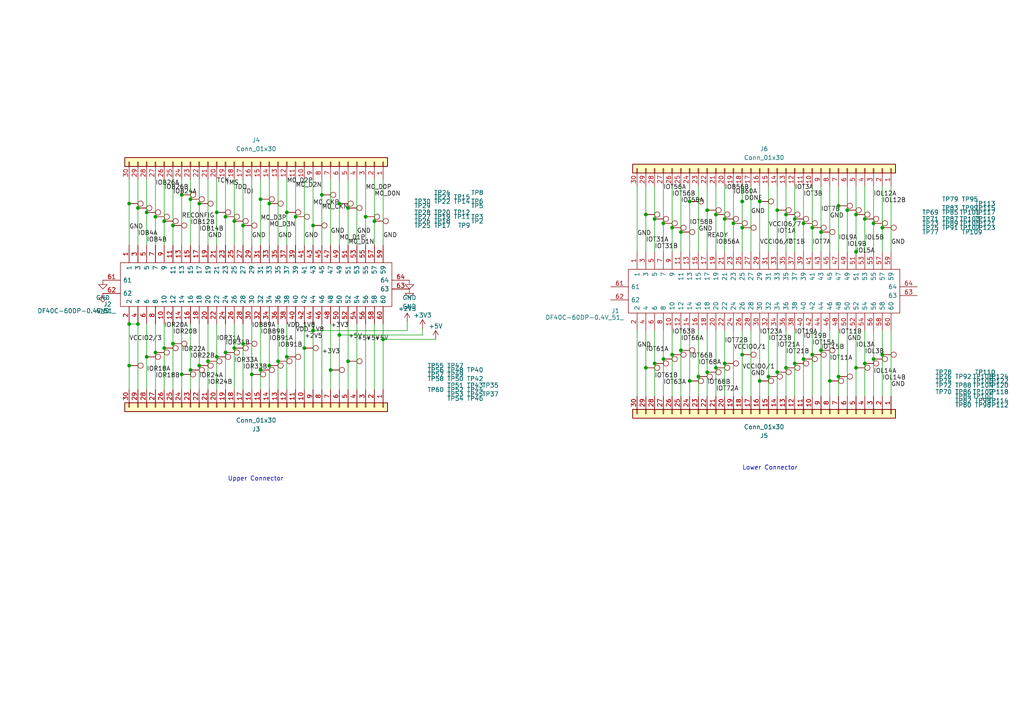
<source format=kicad_sch>
(kicad_sch (version 20230121) (generator eeschema)
  (paper "A4")
  (lib_symbols
    (symbol "Connector:TestPoint" (pin_numbers hide) (pin_names (offset 0.762) hide)
      (property "Reference" "TP" (at 0 6.858 0))
      (property "Value" "TestPoint" (at 0 5.08 0))
      (symbol "TestPoint_1_1"
        (pin passive line (at 0 0 90) (length 2.54) (name "1") (number "1"))
      )
    )
    (symbol "Connector_Generic:Conn_01x30" (pin_names (offset 1.016) hide)
      (property "Reference" "J" (at 0 38.1 0))
      (property "Value" "Conn_01x30" (at 0 -40.64 0))
      (symbol "Conn_01x30_1_1"
        (pin passive line (at -5.08 35.56 0) (length 3.81) (name "Pin_1") (number "1"))
        (pin passive line (at -5.08 12.7 0) (length 3.81) (name "Pin_10") (number "10"))
        (pin passive line (at -5.08 10.16 0) (length 3.81) (name "Pin_11") (number "11"))
        (pin passive line (at -5.08 7.62 0) (length 3.81) (name "Pin_12") (number "12"))
        (pin passive line (at -5.08 5.08 0) (length 3.81) (name "Pin_13") (number "13"))
        (pin passive line (at -5.08 2.54 0) (length 3.81) (name "Pin_14") (number "14"))
        (pin passive line (at -5.08 0 0) (length 3.81) (name "Pin_15") (number "15"))
        (pin passive line (at -5.08 -2.54 0) (length 3.81) (name "Pin_16") (number "16"))
        (pin passive line (at -5.08 -5.08 0) (length 3.81) (name "Pin_17") (number "17"))
        (pin passive line (at -5.08 -7.62 0) (length 3.81) (name "Pin_18") (number "18"))
        (pin passive line (at -5.08 -10.16 0) (length 3.81) (name "Pin_19") (number "19"))
        (pin passive line (at -5.08 33.02 0) (length 3.81) (name "Pin_2") (number "2"))
        (pin passive line (at -5.08 -12.7 0) (length 3.81) (name "Pin_20") (number "20"))
        (pin passive line (at -5.08 -15.24 0) (length 3.81) (name "Pin_21") (number "21"))
        (pin passive line (at -5.08 -17.78 0) (length 3.81) (name "Pin_22") (number "22"))
        (pin passive line (at -5.08 -20.32 0) (length 3.81) (name "Pin_23") (number "23"))
        (pin passive line (at -5.08 -22.86 0) (length 3.81) (name "Pin_24") (number "24"))
        (pin passive line (at -5.08 -25.4 0) (length 3.81) (name "Pin_25") (number "25"))
        (pin passive line (at -5.08 -27.94 0) (length 3.81) (name "Pin_26") (number "26"))
        (pin passive line (at -5.08 -30.48 0) (length 3.81) (name "Pin_27") (number "27"))
        (pin passive line (at -5.08 -33.02 0) (length 3.81) (name "Pin_28") (number "28"))
        (pin passive line (at -5.08 -35.56 0) (length 3.81) (name "Pin_29") (number "29"))
        (pin passive line (at -5.08 30.48 0) (length 3.81) (name "Pin_3") (number "3"))
        (pin passive line (at -5.08 -38.1 0) (length 3.81) (name "Pin_30") (number "30"))
        (pin passive line (at -5.08 27.94 0) (length 3.81) (name "Pin_4") (number "4"))
        (pin passive line (at -5.08 25.4 0) (length 3.81) (name "Pin_5") (number "5"))
        (pin passive line (at -5.08 22.86 0) (length 3.81) (name "Pin_6") (number "6"))
        (pin passive line (at -5.08 20.32 0) (length 3.81) (name "Pin_7") (number "7"))
        (pin passive line (at -5.08 17.78 0) (length 3.81) (name "Pin_8") (number "8"))
        (pin passive line (at -5.08 15.24 0) (length 3.81) (name "Pin_9") (number "9"))
      )
    )
    (symbol "power:+2V5" (power) (pin_names (offset 0))
      (property "Value" "+2V5" (at 0 3.556 0))
      (symbol "+2V5_1_1"
        (pin power_in line (at 0 0 90) (length 0) hide (name "+2V5") (number "1"))
      )
    )
    (symbol "power:+3V3" (power) (pin_names (offset 0))
      (property "Value" "+3V3" (at 0 3.556 0))
      (symbol "+3V3_1_1"
        (pin power_in line (at 0 0 90) (length 0) hide (name "+3V3") (number "1"))
      )
    )
    (symbol "power:+5V" (power) (pin_names (offset 0))
      (property "Value" "+5V" (at 0 3.556 0))
      (symbol "+5V_1_1"
        (pin power_in line (at 0 0 90) (length 0) hide (name "+5V") (number "1"))
      )
    )
    (symbol "power:GND" (power) (pin_names (offset 0))
      (property "Value" "GND" (at 0 -3.81 0))
      (symbol "GND_1_1"
        (pin power_in line (at 0 0 270) (length 0) hide (name "GND") (number "1"))
      )
    )
    (symbol "samacsys:DF40C-60DP-0.4V_51_" (pin_names (offset 0.762))
      (property "Reference" "J2" (at 16.51 -78.74 90))
      (property "Value" "DF40C-60DP-0.4V_51_" (at 19.05 -77.47 90))
      (symbol "DF40C-60DP-0.4V_51__1_0"
        (pin passive line (at 0 -73.66 0) (length 5.08) (name "1") (number "1"))
        (pin passive line (at 22.86 -63.5 180) (length 5.08) (name "10") (number "10"))
        (pin passive line (at 0 -60.96 0) (length 5.08) (name "11") (number "11"))
        (pin passive line (at 22.86 -60.96 180) (length 5.08) (name "12") (number "12"))
        (pin passive line (at 0 -58.42 0) (length 5.08) (name "13") (number "13"))
        (pin passive line (at 22.86 -58.42 180) (length 5.08) (name "14") (number "14"))
        (pin passive line (at 0 -55.88 0) (length 5.08) (name "15") (number "15"))
        (pin passive line (at 22.86 -55.88 180) (length 5.08) (name "16") (number "16"))
        (pin passive line (at 0 -53.34 0) (length 5.08) (name "17") (number "17"))
        (pin passive line (at 22.86 -53.34 180) (length 5.08) (name "18") (number "18"))
        (pin passive line (at 0 -50.8 0) (length 5.08) (name "19") (number "19"))
        (pin passive line (at 22.86 -73.66 180) (length 5.08) (name "2") (number "2"))
        (pin passive line (at 22.86 -50.8 180) (length 5.08) (name "20") (number "20"))
        (pin passive line (at 0 -48.26 0) (length 5.08) (name "21") (number "21"))
        (pin passive line (at 22.86 -48.26 180) (length 5.08) (name "22") (number "22"))
        (pin passive line (at 0 -45.72 0) (length 5.08) (name "23") (number "23"))
        (pin passive line (at 22.86 -45.72 180) (length 5.08) (name "24") (number "24"))
        (pin passive line (at 0 -43.18 0) (length 5.08) (name "25") (number "25"))
        (pin passive line (at 22.86 -43.18 180) (length 5.08) (name "26") (number "26"))
        (pin passive line (at 0 -40.64 0) (length 5.08) (name "27") (number "27"))
        (pin passive line (at 22.86 -40.64 180) (length 5.08) (name "28") (number "28"))
        (pin passive line (at 0 -38.1 0) (length 5.08) (name "29") (number "29"))
        (pin passive line (at 0 -71.12 0) (length 5.08) (name "3") (number "3"))
        (pin passive line (at 22.86 -38.1 180) (length 5.08) (name "30") (number "30"))
        (pin passive line (at 0 -35.56 0) (length 5.08) (name "31") (number "31"))
        (pin passive line (at 22.86 -35.56 180) (length 5.08) (name "32") (number "32"))
        (pin passive line (at 0 -33.02 0) (length 5.08) (name "33") (number "33"))
        (pin passive line (at 22.86 -33.02 180) (length 5.08) (name "34") (number "34"))
        (pin passive line (at 0 -30.48 0) (length 5.08) (name "35") (number "35"))
        (pin passive line (at 22.86 -30.48 180) (length 5.08) (name "36") (number "36"))
        (pin passive line (at 0 -27.94 0) (length 5.08) (name "37") (number "37"))
        (pin passive line (at 22.86 -27.94 180) (length 5.08) (name "38") (number "38"))
        (pin passive line (at 0 -25.4 0) (length 5.08) (name "39") (number "39"))
        (pin passive line (at 22.86 -71.12 180) (length 5.08) (name "4") (number "4"))
        (pin passive line (at 22.86 -25.4 180) (length 5.08) (name "40") (number "40"))
        (pin passive line (at 0 -22.86 0) (length 5.08) (name "41") (number "41"))
        (pin passive line (at 22.86 -22.86 180) (length 5.08) (name "42") (number "42"))
        (pin passive line (at 0 -20.32 0) (length 5.08) (name "43") (number "43"))
        (pin passive line (at 22.86 -20.32 180) (length 5.08) (name "44") (number "44"))
        (pin passive line (at 0 -17.78 0) (length 5.08) (name "45") (number "45"))
        (pin passive line (at 22.86 -17.78 180) (length 5.08) (name "46") (number "46"))
        (pin passive line (at 0 -15.24 0) (length 5.08) (name "47") (number "47"))
        (pin passive line (at 22.86 -15.24 180) (length 5.08) (name "48") (number "48"))
        (pin passive line (at 0 -12.7 0) (length 5.08) (name "49") (number "49"))
        (pin passive line (at 0 -68.58 0) (length 5.08) (name "5") (number "5"))
        (pin passive line (at 22.86 -12.7 180) (length 5.08) (name "50") (number "50"))
        (pin passive line (at 0 -10.16 0) (length 5.08) (name "51") (number "51"))
        (pin passive line (at 22.86 -10.16 180) (length 5.08) (name "52") (number "52"))
        (pin passive line (at 0 -7.62 0) (length 5.08) (name "53") (number "53"))
        (pin passive line (at 22.86 -7.62 180) (length 5.08) (name "54") (number "54"))
        (pin passive line (at 0 -5.08 0) (length 5.08) (name "55") (number "55"))
        (pin passive line (at 22.86 -5.08 180) (length 5.08) (name "56") (number "56"))
        (pin passive line (at 0 -2.54 0) (length 5.08) (name "57") (number "57"))
        (pin passive line (at 22.86 -2.54 180) (length 5.08) (name "58") (number "58"))
        (pin passive line (at 0 0 0) (length 5.08) (name "59") (number "59"))
        (pin passive line (at 22.86 -68.58 180) (length 5.08) (name "6") (number "6"))
        (pin passive line (at 22.86 0 180) (length 5.08) (name "60") (number "60"))
        (pin passive line (at 10.16 -81.28 90) (length 5.08) (name "61") (number "61"))
        (pin passive line (at 13.97 -81.28 90) (length 5.08) (name "62") (number "62"))
        (pin passive line (at 12.7 7.62 270) (length 5.08) (name "63") (number "63"))
        (pin passive line (at 10.16 7.62 270) (length 5.08) (name "64") (number "64"))
        (pin passive line (at 0 -66.04 0) (length 5.08) (name "7") (number "7"))
        (pin passive line (at 22.86 -66.04 180) (length 5.08) (name "8") (number "8"))
        (pin passive line (at 0 -63.5 0) (length 5.08) (name "9") (number "9"))
      )
    )
  )
  (junction (at 37.465 106.045))
  (junction (at 98.425 59.055))
  (junction (at 73.025 108.585))
  (junction (at 42.545 103.505))
  (junction (at 67.945 100.965))
  (junction (at 70.485 99.695))
  (junction (at 250.825 63.5))
  (junction (at 78.105 59.055))
  (junction (at 192.405 104.14))
  (junction (at 65.405 102.235))
  (junction (at 57.785 106.045))
  (junction (at 230.505 105.41))
  (junction (at 255.905 102.87))
  (junction (at 37.465 59.055))
  (junction (at 227.965 62.23))
  (junction (at 95.885 107.315))
  (junction (at 220.345 110.49))
  (junction (at 240.665 110.49))
  (junction (at 192.405 64.77))
  (junction (at 42.545 61.595))
  (junction (at 189.865 63.5))
  (junction (at 80.645 104.775))
  (junction (at 210.185 105.41))
  (junction (at 233.045 64.77))
  (junction (at 197.485 67.31))
  (junction (at 62.865 61.595))
  (junction (at 248.285 73.025))
  (junction (at 108.585 64.135))
  (junction (at 50.165 65.405))
  (junction (at 78.105 106.045))
  (junction (at 57.785 59.055))
  (junction (at 197.485 101.6))
  (junction (at 75.565 57.785))
  (junction (at 106.045 62.865))
  (junction (at 50.165 99.695))
  (junction (at 55.245 57.785))
  (junction (at 215.265 66.04))
  (junction (at 222.885 109.22))
  (junction (at 93.345 56.515))
  (junction (at 205.105 60.96))
  (junction (at 67.945 64.135))
  (junction (at 194.945 66.04))
  (junction (at 227.965 106.68))
  (junction (at 85.725 62.865))
  (junction (at 52.705 108.585))
  (junction (at 210.185 63.5))
  (junction (at 230.505 63.5))
  (junction (at 60.325 104.775))
  (junction (at 243.205 59.69))
  (junction (at 70.485 65.405))
  (junction (at 207.645 106.68))
  (junction (at 189.865 105.41))
  (junction (at 100.965 104.775))
  (junction (at 45.085 102.235))
  (junction (at 187.325 62.23))
  (junction (at 245.745 60.96))
  (junction (at 47.625 100.965))
  (junction (at 212.725 64.77))
  (junction (at 90.805 65.405))
  (junction (at 88.265 100.965))
  (junction (at 200.025 110.49))
  (junction (at 238.125 67.31))
  (junction (at 98.425 97.155))
  (junction (at 194.945 102.87))
  (junction (at 37.465 93.98))
  (junction (at 83.185 103.505))
  (junction (at 248.285 106.68))
  (junction (at 225.425 107.95))
  (junction (at 225.425 60.96))
  (junction (at 215.265 102.87))
  (junction (at 45.085 62.865))
  (junction (at 235.585 66.04))
  (junction (at 253.365 64.77))
  (junction (at 200.025 58.42))
  (junction (at 100.965 60.325))
  (junction (at 248.285 62.23))
  (junction (at 255.905 66.04))
  (junction (at 207.645 62.23))
  (junction (at 52.705 56.515))
  (junction (at 220.345 58.42))
  (junction (at 238.125 101.6))
  (junction (at 90.805 95.885))
  (junction (at 235.585 102.87))
  (junction (at 187.325 106.68))
  (junction (at 233.045 104.14))
  (junction (at 47.625 64.135))
  (junction (at 40.005 93.98))
  (junction (at 62.865 103.505))
  (junction (at 65.405 62.865))
  (junction (at 205.105 107.95))
  (junction (at 83.185 61.595))
  (junction (at 55.245 107.315))
  (junction (at 243.205 109.22))
  (junction (at 75.565 107.315))
  (junction (at 250.825 105.41))
  (junction (at 215.265 58.42))
  (junction (at 202.565 109.22))
  (junction (at 40.005 60.325))
  (junction (at 253.365 104.14))
  (junction (at 111.125 98.425))
  (wire (pts (xy 100.965 60.325) (xy 100.965 71.12)))
  (wire (pts (xy 62.865 71.12) (xy 62.865 61.595)))
  (wire (pts (xy 55.245 113.03) (xy 55.245 107.315)))
  (wire (pts (xy 65.405 52.07) (xy 65.405 62.865)))
  (wire (pts (xy 194.945 114.935) (xy 194.945 102.87)))
  (wire (pts (xy 83.185 93.98) (xy 83.185 103.505)))
  (wire (pts (xy 98.425 97.155) (xy 98.425 113.03)))
  (wire (pts (xy 118.11 95.885) (xy 118.11 93.345)))
  (wire (pts (xy 47.625 113.03) (xy 47.625 100.965)))
  (wire (pts (xy 83.185 113.03) (xy 83.185 103.505)))
  (wire (pts (xy 227.965 95.885) (xy 227.965 106.68)))
  (wire (pts (xy 243.205 95.885) (xy 243.205 109.22)))
  (wire (pts (xy 189.865 73.025) (xy 189.865 63.5)))
  (wire (pts (xy 98.425 52.07) (xy 98.425 59.055)))
  (wire (pts (xy 245.745 53.975) (xy 245.745 60.96)))
  (wire (pts (xy 230.505 114.935) (xy 230.505 105.41)))
  (wire (pts (xy 255.905 53.975) (xy 255.905 66.04)))
  (wire (pts (xy 235.585 53.975) (xy 235.585 66.04)))
  (wire (pts (xy 65.405 93.98) (xy 65.405 102.235)))
  (wire (pts (xy 222.885 114.935) (xy 222.885 109.22)))
  (wire (pts (xy 187.325 95.885) (xy 187.325 106.68)))
  (wire (pts (xy 90.805 52.07) (xy 90.805 65.405)))
  (wire (pts (xy 60.325 52.07) (xy 60.325 71.12)))
  (wire (pts (xy 200.025 53.975) (xy 200.025 58.42)))
  (wire (pts (xy 194.945 73.025) (xy 194.945 66.04)))
  (wire (pts (xy 75.565 52.07) (xy 75.565 57.785)))
  (wire (pts (xy 95.885 113.03) (xy 95.885 107.315)))
  (wire (pts (xy 67.945 113.03) (xy 67.945 100.965)))
  (wire (pts (xy 200.025 114.935) (xy 200.025 110.49)))
  (wire (pts (xy 42.545 52.07) (xy 42.545 61.595)))
  (wire (pts (xy 55.245 52.07) (xy 55.245 57.785)))
  (wire (pts (xy 197.485 73.025) (xy 197.485 67.31)))
  (wire (pts (xy 88.265 52.07) (xy 88.265 71.12)))
  (wire (pts (xy 225.425 53.975) (xy 225.425 60.96)))
  (wire (pts (xy 253.365 53.975) (xy 253.365 64.77)))
  (wire (pts (xy 83.185 52.07) (xy 83.185 61.595)))
  (wire (pts (xy 235.585 95.885) (xy 235.585 102.87)))
  (wire (pts (xy 220.345 53.975) (xy 220.345 58.42)))
  (wire (pts (xy 93.345 93.98) (xy 93.345 113.03)))
  (wire (pts (xy 220.345 58.42) (xy 220.345 73.025)))
  (wire (pts (xy 45.085 71.12) (xy 45.085 62.865)))
  (wire (pts (xy 85.725 52.07) (xy 85.725 62.865)))
  (wire (pts (xy 42.545 93.98) (xy 42.545 103.505)))
  (wire (pts (xy 57.785 52.07) (xy 57.785 59.055)))
  (wire (pts (xy 245.745 95.885) (xy 245.745 114.935)))
  (wire (pts (xy 187.325 53.975) (xy 187.325 62.23)))
  (wire (pts (xy 93.345 52.07) (xy 93.345 56.515)))
  (wire (pts (xy 106.045 93.98) (xy 106.045 113.03)))
  (wire (pts (xy 60.325 113.03) (xy 60.325 104.775)))
  (wire (pts (xy 78.105 113.03) (xy 78.105 106.045)))
  (wire (pts (xy 55.245 93.98) (xy 55.245 107.315)))
  (wire (pts (xy 40.005 93.98) (xy 40.005 113.03)))
  (wire (pts (xy 73.025 113.03) (xy 73.025 108.585)))
  (wire (pts (xy 194.945 95.885) (xy 194.945 102.87)))
  (wire (pts (xy 238.125 73.025) (xy 238.125 67.31)))
  (wire (pts (xy 50.165 52.07) (xy 50.165 65.405)))
  (wire (pts (xy 210.185 95.885) (xy 210.185 105.41)))
  (wire (pts (xy 90.805 71.12) (xy 90.805 65.405)))
  (wire (pts (xy 189.865 114.935) (xy 189.865 105.41)))
  (wire (pts (xy 85.725 93.98) (xy 85.725 113.03)))
  (wire (pts (xy 37.465 93.98) (xy 40.005 93.98)))
  (wire (pts (xy 93.345 56.515) (xy 93.345 71.12)))
  (wire (pts (xy 192.405 73.025) (xy 192.405 64.77)))
  (wire (pts (xy 108.585 93.98) (xy 108.585 113.03)))
  (wire (pts (xy 235.585 66.04) (xy 235.585 73.025)))
  (wire (pts (xy 215.265 73.025) (xy 215.265 66.04)))
  (wire (pts (xy 80.645 113.03) (xy 80.645 104.775)))
  (wire (pts (xy 187.325 62.23) (xy 187.325 73.025)))
  (wire (pts (xy 98.425 93.98) (xy 98.425 97.155)))
  (wire (pts (xy 78.105 93.98) (xy 78.105 106.045)))
  (wire (pts (xy 106.045 52.07) (xy 106.045 62.865)))
  (wire (pts (xy 250.825 114.935) (xy 250.825 105.41)))
  (wire (pts (xy 217.805 53.975) (xy 217.805 73.025)))
  (wire (pts (xy 65.405 71.12) (xy 65.405 62.865)))
  (wire (pts (xy 240.665 114.935) (xy 240.665 110.49)))
  (wire (pts (xy 57.785 93.98) (xy 57.785 106.045)))
  (wire (pts (xy 37.465 59.055) (xy 37.465 71.12)))
  (wire (pts (xy 47.625 93.98) (xy 47.625 100.965)))
  (wire (pts (xy 250.825 95.885) (xy 250.825 105.41)))
  (wire (pts (xy 245.745 60.96) (xy 245.745 73.025)))
  (wire (pts (xy 55.245 57.785) (xy 55.245 71.12)))
  (wire (pts (xy 217.805 95.885) (xy 217.805 114.935)))
  (wire (pts (xy 248.285 62.23) (xy 248.285 73.025)))
  (wire (pts (xy 62.865 113.03) (xy 62.865 103.505)))
  (wire (pts (xy 45.085 113.03) (xy 45.085 102.235)))
  (wire (pts (xy 253.365 95.885) (xy 253.365 104.14)))
  (wire (pts (xy 243.205 73.025) (xy 243.205 59.69)))
  (wire (pts (xy 207.645 62.23) (xy 207.645 73.025)))
  (wire (pts (xy 253.365 104.14) (xy 253.365 114.935)))
  (wire (pts (xy 220.345 95.885) (xy 220.345 110.49)))
  (wire (pts (xy 255.905 95.885) (xy 255.905 102.87)))
  (wire (pts (xy 70.485 93.98) (xy 70.485 99.695)))
  (wire (pts (xy 243.205 53.975) (xy 243.205 59.69)))
  (wire (pts (xy 238.125 95.885) (xy 238.125 101.6)))
  (wire (pts (xy 98.425 97.155) (xy 122.555 97.155)))
  (wire (pts (xy 70.485 71.12) (xy 70.485 65.405)))
  (wire (pts (xy 57.785 113.03) (xy 57.785 106.045)))
  (wire (pts (xy 235.585 114.935) (xy 235.585 102.87)))
  (wire (pts (xy 90.805 93.98) (xy 90.805 95.885)))
  (wire (pts (xy 253.365 73.025) (xy 253.365 64.77)))
  (wire (pts (xy 258.445 53.975) (xy 258.445 73.025)))
  (wire (pts (xy 83.185 71.12) (xy 83.185 61.595)))
  (wire (pts (xy 62.865 52.07) (xy 62.865 61.595)))
  (wire (pts (xy 67.945 52.07) (xy 67.945 64.135)))
  (wire (pts (xy 111.125 93.98) (xy 111.125 98.425)))
  (wire (pts (xy 197.485 114.935) (xy 197.485 101.6)))
  (wire (pts (xy 200.025 58.42) (xy 200.025 73.025)))
  (wire (pts (xy 233.045 95.885) (xy 233.045 104.14)))
  (wire (pts (xy 103.505 93.98) (xy 103.505 113.03)))
  (wire (pts (xy 88.265 113.03) (xy 88.265 100.965)))
  (wire (pts (xy 192.405 114.935) (xy 192.405 104.14)))
  (wire (pts (xy 189.865 53.975) (xy 189.865 63.5)))
  (wire (pts (xy 202.565 114.935) (xy 202.565 109.22)))
  (wire (pts (xy 95.885 52.07) (xy 95.885 71.12)))
  (wire (pts (xy 205.105 95.885) (xy 205.105 107.95)))
  (wire (pts (xy 215.265 53.975) (xy 215.265 58.42)))
  (wire (pts (xy 230.505 95.885) (xy 230.505 105.41)))
  (wire (pts (xy 47.625 71.12) (xy 47.625 64.135)))
  (wire (pts (xy 37.465 93.98) (xy 37.465 106.045)))
  (wire (pts (xy 212.725 73.025) (xy 212.725 64.77)))
  (wire (pts (xy 67.945 71.12) (xy 67.945 64.135)))
  (wire (pts (xy 202.565 95.885) (xy 202.565 109.22)))
  (wire (pts (xy 210.185 73.025) (xy 210.185 63.5)))
  (wire (pts (xy 57.785 59.055) (xy 57.785 71.12)))
  (wire (pts (xy 205.105 53.975) (xy 205.105 60.96)))
  (wire (pts (xy 227.965 62.23) (xy 227.965 73.025)))
  (wire (pts (xy 240.665 53.975) (xy 240.665 73.025)))
  (wire (pts (xy 75.565 57.785) (xy 75.565 71.12)))
  (wire (pts (xy 192.405 95.885) (xy 192.405 104.14)))
  (wire (pts (xy 243.205 114.935) (xy 243.205 109.22)))
  (wire (pts (xy 230.505 73.025) (xy 230.505 63.5)))
  (wire (pts (xy 45.085 93.98) (xy 45.085 102.235)))
  (wire (pts (xy 52.705 52.07) (xy 52.705 56.515)))
  (wire (pts (xy 200.025 95.885) (xy 200.025 110.49)))
  (wire (pts (xy 255.905 73.025) (xy 255.905 66.04)))
  (wire (pts (xy 70.485 113.03) (xy 70.485 99.695)))
  (wire (pts (xy 248.285 53.975) (xy 248.285 62.23)))
  (wire (pts (xy 108.585 71.12) (xy 108.585 64.135)))
  (wire (pts (xy 250.825 53.975) (xy 250.825 63.5)))
  (wire (pts (xy 98.425 59.055) (xy 98.425 71.12)))
  (wire (pts (xy 225.425 60.96) (xy 225.425 73.025)))
  (wire (pts (xy 184.785 53.975) (xy 184.785 73.025)))
  (wire (pts (xy 100.965 93.98) (xy 100.965 104.775)))
  (wire (pts (xy 205.105 114.935) (xy 205.105 107.95)))
  (wire (pts (xy 197.485 95.885) (xy 197.485 101.6)))
  (wire (pts (xy 230.505 53.975) (xy 230.505 63.5)))
  (wire (pts (xy 50.165 71.12) (xy 50.165 65.405)))
  (wire (pts (xy 111.125 98.425) (xy 126.365 98.425)))
  (wire (pts (xy 215.265 95.885) (xy 215.265 102.87)))
  (wire (pts (xy 67.945 93.98) (xy 67.945 100.965)))
  (wire (pts (xy 42.545 113.03) (xy 42.545 103.505)))
  (wire (pts (xy 212.725 95.885) (xy 212.725 114.935)))
  (wire (pts (xy 207.645 53.975) (xy 207.645 62.23)))
  (wire (pts (xy 210.185 114.935) (xy 210.185 105.41)))
  (wire (pts (xy 215.265 58.42) (xy 215.265 66.04)))
  (wire (pts (xy 78.105 59.055) (xy 78.105 71.12)))
  (wire (pts (xy 227.965 53.975) (xy 227.965 62.23)))
  (wire (pts (xy 90.805 95.885) (xy 118.11 95.885)))
  (wire (pts (xy 100.965 52.07) (xy 100.965 60.325)))
  (wire (pts (xy 90.805 95.885) (xy 90.805 113.03)))
  (wire (pts (xy 248.285 95.885) (xy 248.285 106.68)))
  (wire (pts (xy 37.465 113.03) (xy 37.465 106.045)))
  (wire (pts (xy 233.045 114.935) (xy 233.045 104.14)))
  (wire (pts (xy 238.125 114.935) (xy 238.125 101.6)))
  (wire (pts (xy 258.445 95.885) (xy 258.445 114.935)))
  (wire (pts (xy 233.045 73.025) (xy 233.045 64.77)))
  (wire (pts (xy 95.885 93.98) (xy 95.885 107.315)))
  (wire (pts (xy 250.825 73.025) (xy 250.825 63.5)))
  (wire (pts (xy 227.965 114.935) (xy 227.965 106.68)))
  (wire (pts (xy 222.885 95.885) (xy 222.885 109.22)))
  (wire (pts (xy 45.085 52.07) (xy 45.085 62.865)))
  (wire (pts (xy 215.9 58.42) (xy 215.265 58.42)))
  (wire (pts (xy 108.585 52.07) (xy 108.585 64.135)))
  (wire (pts (xy 207.645 114.935) (xy 207.645 106.68)))
  (wire (pts (xy 184.785 95.885) (xy 184.785 114.935)))
  (wire (pts (xy 225.425 95.885) (xy 225.425 107.95)))
  (wire (pts (xy 65.405 113.03) (xy 65.405 102.235)))
  (wire (pts (xy 88.265 93.98) (xy 88.265 100.965)))
  (wire (pts (xy 111.125 98.425) (xy 111.125 113.03)))
  (wire (pts (xy 205.105 60.96) (xy 205.105 73.025)))
  (wire (pts (xy 215.265 114.935) (xy 215.265 102.87)))
  (wire (pts (xy 40.005 60.325) (xy 40.005 71.12)))
  (wire (pts (xy 50.165 113.03) (xy 50.165 99.695)))
  (wire (pts (xy 52.705 56.515) (xy 52.705 71.12)))
  (wire (pts (xy 73.025 52.07) (xy 73.025 71.12)))
  (wire (pts (xy 80.645 52.07) (xy 80.645 71.12)))
  (wire (pts (xy 100.965 113.03) (xy 100.965 104.775)))
  (wire (pts (xy 207.645 95.885) (xy 207.645 106.68)))
  (wire (pts (xy 189.865 95.885) (xy 189.865 105.41)))
  (wire (pts (xy 255.905 102.87) (xy 255.905 114.935)))
  (wire (pts (xy 222.885 53.975) (xy 222.885 73.025)))
  (wire (pts (xy 40.005 52.07) (xy 40.005 60.325)))
  (wire (pts (xy 103.505 52.07) (xy 103.505 71.12)))
  (wire (pts (xy 60.325 93.98) (xy 60.325 104.775)))
  (wire (pts (xy 37.465 52.07) (xy 37.465 59.055)))
  (wire (pts (xy 47.625 52.07) (xy 47.625 64.135)))
  (wire (pts (xy 75.565 113.03) (xy 75.565 107.315)))
  (wire (pts (xy 220.345 114.935) (xy 220.345 110.49)))
  (wire (pts (xy 233.045 53.975) (xy 233.045 64.77)))
  (wire (pts (xy 75.565 93.98) (xy 75.565 107.315)))
  (wire (pts (xy 111.125 52.07) (xy 111.125 71.12)))
  (wire (pts (xy 78.105 52.07) (xy 78.105 59.055)))
  (wire (pts (xy 42.545 71.12) (xy 42.545 61.595)))
  (wire (pts (xy 70.485 52.07) (xy 70.485 65.405)))
  (wire (pts (xy 238.125 53.975) (xy 238.125 67.31)))
  (wire (pts (xy 106.045 71.12) (xy 106.045 62.865)))
  (wire (pts (xy 62.865 93.98) (xy 62.865 103.505)))
  (wire (pts (xy 52.705 113.03) (xy 52.705 108.585)))
  (wire (pts (xy 50.165 93.98) (xy 50.165 99.695)))
  (wire (pts (xy 212.725 53.975) (xy 212.725 64.77)))
  (wire (pts (xy 194.945 53.975) (xy 194.945 66.04)))
  (wire (pts (xy 187.325 114.935) (xy 187.325 106.68)))
  (wire (pts (xy 85.725 71.12) (xy 85.725 62.865)))
  (wire (pts (xy 192.405 53.975) (xy 192.405 64.77)))
  (wire (pts (xy 80.645 93.98) (xy 80.645 104.775)))
  (wire (pts (xy 197.485 53.975) (xy 197.485 67.31)))
  (wire (pts (xy 225.425 114.935) (xy 225.425 107.95)))
  (wire (pts (xy 122.555 97.155) (xy 122.555 95.25)))
  (wire (pts (xy 210.185 53.975) (xy 210.185 63.5)))
  (wire (pts (xy 52.705 93.98) (xy 52.705 108.585)))
  (wire (pts (xy 202.565 53.975) (xy 202.565 73.025)))
  (wire (pts (xy 248.285 73.66) (xy 248.285 73.025)))
  (wire (pts (xy 240.665 95.885) (xy 240.665 110.49)))
  (wire (pts (xy 248.285 114.935) (xy 248.285 106.68)))
  (wire (pts (xy 73.025 93.98) (xy 73.025 108.585)))
  (text "Lower Connector" (at 215.265 136.525 0) (effects (font (size 1.27 1.27)) (justify left bottom)))
  (text "Upper Connector" (at 66.04 139.7 0) (effects (font (size 1.27 1.27)) (justify left bottom)))
  (label "IOR20B" (at 50.165 97.155 0))
  (label "IOT1A" (at 225.425 67.945 0))
  (label "VCCIO0{slash}1" (at 212.725 101.6 0))
  (label "IOT63A" (at 192.405 111.76 0))
  (label "IOT63B" (at 194.945 97.155 0))
  (label "IOB89A" (at 73.025 95.25 0))
  (label "IOL3B" (at 250.825 102.87 0))
  (label "IOR24B" (at 60.325 111.76 0))
  (label "IOT31A" (at 187.325 70.485 0))
  (label "READY" (at 205.105 69.215 0))
  (label "IOT31B" (at 189.865 72.39 0))
  (label "GND" (at 103.505 67.945 0))
  (label "+3V3" (at 93.345 102.87 0))
  (label "GND" (at 217.805 62.23 0))
  (label "IOL9A" (at 243.205 69.85 0))
  (label "IOT58B" (at 200.025 65.405 0))
  (label "IOB26B" (at 47.625 55.245 0))
  (label "IOT3B" (at 233.045 57.15 0))
  (label "IOT56A" (at 192.405 55.245 0))
  (label "GND" (at 258.445 71.12 0))
  (label "IOR33A" (at 67.945 105.41 0))
  (label "GND" (at 73.025 69.215 0))
  (label "M0_D2P" (at 83.185 53.34 0))
  (label "IOB91A" (at 78.105 99.06 0))
  (label "IOT61A" (at 187.325 102.235 0))
  (label "IOL14B" (at 255.905 110.49 0))
  (label "TMS" (at 65.405 53.975 0))
  (label "IOR22B" (at 55.245 104.14 0))
  (label "IOT68A" (at 202.565 106.045 0))
  (label "GND" (at 245.745 99.06 0))
  (label "+3V3" (at 95.885 95.25 0))
  (label "IOR18A" (at 42.545 107.95 0))
  (label "TCK" (at 62.865 53.34 0))
  (label "TDO" (at 67.945 55.245 0))
  (label "IOT1B" (at 227.965 71.12 0))
  (label "IOT61B" (at 189.865 109.855 0))
  (label "IOR31A" (at 62.865 99.06 0))
  (label "IOT72A" (at 207.645 113.665 0))
  (label "IOB91B" (at 80.645 100.965 0))
  (label "GND" (at 95.885 67.945 0))
  (label "IOT11B" (at 243.205 97.155 0))
  (label "M0_CKP" (at 90.805 59.69 0))
  (label "IOT11A" (at 240.665 104.775 0))
  (label "IOT7A" (at 235.585 71.12 0))
  (label "GND" (at 258.445 112.395 0))
  (label "VCCIO2{slash}3" (at 37.465 99.06 0))
  (label "GND" (at 111.125 69.215 0))
  (label "IOR24A" (at 57.785 109.855 0))
  (label "IOL5B" (at 250.825 69.85 0))
  (label "GND" (at 37.465 66.675 0))
  (label "VDD_1V8" (at 83.185 95.25 0))
  (label "RECONFIG" (at 52.705 63.5 0))
  (label "IOT15A" (at 235.585 100.33 0))
  (label "IOB4A" (at 40.005 68.58 0))
  (label "IOT3A" (at 230.505 55.245 0))
  (label "+5V" (at 106.045 99.06 0))
  (label "IOT23B" (at 222.885 99.06 0))
  (label "VCCIO6{slash}7" (at 220.345 71.12 0))
  (label "IOB24A" (at 50.165 56.515 0))
  (label "IOT21B" (at 227.965 102.87 0))
  (label "IOT15B" (at 238.125 101.6 0))
  (label "M0_D0N" (at 108.585 57.15 0))
  (label "GND" (at 80.645 69.215 0))
  (label "GND" (at 217.805 109.22 0))
  (label "M0_D3P" (at 75.565 64.135 0))
  (label "IOT23A" (at 220.345 97.155 0))
  (label "IOT66A" (at 197.485 99.06 0))
  (label "IOT66B" (at 200.025 104.14 0))
  (label "IOB4B" (at 42.545 70.485 0))
  (label "IOR31B" (at 65.405 100.33 0))
  (label "IOL5A" (at 248.285 73.66 0))
  (label "M0_D1P" (at 98.425 69.85 0))
  (label "IOT19A" (at 230.505 97.155 0))
  (label "IOL14A" (at 253.365 108.585 0))
  (label "GND" (at 60.325 69.215 0))
  (label "IOB60A" (at 212.725 56.515 0))
  (label "IOT68B" (at 205.105 111.76 0))
  (label "+2V5" (at 88.265 98.425 0))
  (label "IOR33B" (at 70.485 107.315 0))
  (label "IOB56B" (at 210.185 55.245 0))
  (label "M0_D1N" (at 100.965 71.12 0))
  (label "GND" (at 184.785 68.58 0))
  (label "IOT21A" (at 225.425 100.965 0))
  (label "M0_D3N" (at 78.105 66.04 0))
  (label "+5V" (at 100.965 98.425 0))
  (label "TDI" (at 70.485 56.515 0))
  (label "IOR18B" (at 45.085 109.855 0))
  (label "GND" (at 184.785 100.965 0))
  (label "IOB14B" (at 57.785 67.31 0))
  (label "VCCIO0{slash}1" (at 215.265 107.315 0))
  (label "M0_D2N" (at 85.725 54.61 0))
  (label "VCCIO6{slash}7" (at 222.885 66.04 0))
  (label "VDD_1V8" (at 85.725 96.52 0))
  (label "IOT7B" (at 238.125 61.595 0))
  (label "M0_CKN" (at 93.345 60.96 0))
  (label "+5V" (at 108.585 99.06 0))
  (label "IOL12A" (at 253.365 57.15 0))
  (label "IOB12B" (at 55.245 65.405 0))
  (label "IOL3A" (at 248.285 100.965 0))
  (label "IOT19B" (at 233.045 98.425 0))
  (label "+5V" (at 103.505 99.06 0))
  (label "IOT56B" (at 194.945 57.15 0))
  (label "IOT58A" (at 197.485 59.055 0))
  (label "IOB56A" (at 207.645 71.12 0))
  (label "IOB26A" (at 45.085 53.975 0))
  (label "IOL12B" (at 255.905 59.055 0))
  (label "GND" (at 202.565 67.31 0))
  (label "DONE" (at 215.9 58.42 0))
  (label "IOL9B" (at 245.745 71.755 0))
  (label "IOR22A" (at 52.705 102.235 0))
  (label "IOT72B" (at 210.185 99.695 0))
  (label "IOB89B" (at 75.565 97.155 0))
  (label "IOR20A" (at 47.625 95.25 0))
  (label "M0_D0P" (at 106.045 55.245 0))
  (label "GND" (at 240.665 63.5 0))
  (label "GND" (at 88.265 69.215 0))
  (symbol (lib_id "Connector:TestPoint") (at 60.325 104.775 270) (mirror x) (unit 1)
    (property "Reference" "TP51" (at 132.08 111.76 90))
    (property "Value" "TestPoint" (effects hide))
    (property "Footprint" "TestPoint:TestPoint_Pad_1.5x1.5mm" (effects hide))
  )
  (symbol (lib_id "Connector:TestPoint") (at 42.545 103.505 270) (mirror x) (unit 1)
    (property "Reference" "TP58" (at 126.365 109.855 90))
    (property "Value" "TestPoint" (effects hide))
    (property "Footprint" "TestPoint:TestPoint_Pad_1.5x1.5mm" (effects hide))
  )
  (symbol (lib_id "Connector:TestPoint") (at 88.265 100.965 270) (mirror x) (unit 1)
    (property "Reference" "TP40" (at 137.795 107.315 90))
    (property "Value" "TestPoint" (effects hide))
    (property "Footprint" "TestPoint:TestPoint_Pad_1.5x1.5mm" (effects hide))
  )
  (symbol (lib_id "Connector:TestPoint") (at 245.745 60.96 270) (unit 1)
    (property "Reference" "TP115" (at 285.75 60.325 90))
    (property "Value" "TestPoint" (effects hide))
    (property "Footprint" "TestPoint:TestPoint_Pad_1.5x1.5mm" (effects hide))
  )
  (symbol (lib_id "Connector:TestPoint") (at 50.165 99.695 270) (mirror x) (unit 1)
    (property "Reference" "TP55" (at 126.365 106.045 90))
    (property "Value" "TestPoint" (effects hide))
    (property "Footprint" "TestPoint:TestPoint_Pad_1.5x1.5mm" (effects hide))
  )
  (symbol (lib_id "Connector:TestPoint") (at 248.285 106.68 270) (mirror x) (unit 1)
    (property "Reference" "TP118" (at 289.56 113.665 90))
    (property "Value" "TestPoint" (effects hide))
    (property "Footprint" "TestPoint:TestPoint_Pad_1.5x1.5mm" (effects hide))
  )
  (symbol (lib_id "Connector:TestPoint") (at 220.345 110.49 270) (mirror x) (unit 1)
    (property "Reference" "TP96" (at 285.115 117.475 90))
    (property "Value" "TestPoint" (effects hide))
    (property "Footprint" "TestPoint:TestPoint_Pad_1.5x1.5mm" (effects hide))
  )
  (symbol (lib_id "Connector:TestPoint") (at 90.805 65.405 270) (unit 1)
    (property "Reference" "TP9" (at 134.62 65.405 90))
    (property "Value" "TestPoint" (effects hide))
    (property "Footprint" "TestPoint:TestPoint_THTPad_1.5x1.5mm_Drill0.7mm" (effects hide))
  )
  (symbol (lib_id "Connector:TestPoint") (at 192.405 64.77 270) (unit 1)
    (property "Reference" "TP73" (at 269.875 64.77 90))
    (property "Value" "TestPoint" (effects hide))
    (property "Footprint" "TestPoint:TestPoint_Pad_1.5x1.5mm" (effects hide))
  )
  (symbol (lib_id "Connector:TestPoint") (at 55.245 107.315 270) (mirror x) (unit 1)
    (property "Reference" "TP53" (at 132.08 114.3 90))
    (property "Value" "TestPoint" (effects hide))
    (property "Footprint" "TestPoint:TestPoint_Pad_1.5x1.5mm" (effects hide))
  )
  (symbol (lib_id "Connector:TestPoint") (at 225.425 107.95 270) (mirror x) (unit 1)
    (property "Reference" "TP100" (at 285.115 114.935 90))
    (property "Value" "TestPoint" (effects hide))
    (property "Footprint" "TestPoint:TestPoint_Pad_1.5x1.5mm" (effects hide))
  )
  (symbol (lib_id "Connector:TestPoint") (at 233.045 64.77 270) (unit 1)
    (property "Reference" "TP105" (at 281.305 64.77 90))
    (property "Value" "TestPoint" (effects hide))
    (property "Footprint" "TestPoint:TestPoint_Pad_1.5x1.5mm" (effects hide))
  )
  (symbol (lib_id "Connector:TestPoint") (at 243.205 109.22 270) (mirror x) (unit 1)
    (property "Reference" "TP114" (at 289.56 116.205 90))
    (property "Value" "TestPoint" (effects hide))
    (property "Footprint" "TestPoint:TestPoint_Pad_1.5x1.5mm" (effects hide))
  )
  (symbol (lib_id "Connector:TestPoint") (at 47.625 100.965 270) (mirror x) (unit 1)
    (property "Reference" "TP56" (at 126.365 107.315 90))
    (property "Value" "TestPoint" (effects hide))
    (property "Footprint" "TestPoint:TestPoint_Pad_1.5x1.5mm" (effects hide))
  )
  (symbol (lib_id "Connector:TestPoint") (at 210.185 63.5 270) (unit 1)
    (property "Reference" "TP87" (at 275.59 63.5 90))
    (property "Value" "TestPoint" (effects hide))
    (property "Footprint" "TestPoint:TestPoint_Pad_1.5x1.5mm" (effects hide))
  )
  (symbol (lib_id "Connector:TestPoint") (at 220.345 58.42 270) (unit 1)
    (property "Reference" "TP95" (at 281.305 57.785 90))
    (property "Value" "TestPoint" (effects hide))
    (property "Footprint" "TestPoint:TestPoint_Pad_1.5x1.5mm" (effects hide))
  )
  (symbol (lib_id "Connector:TestPoint") (at 78.105 59.055 270) (unit 1)
    (property "Reference" "TP14" (at 133.985 58.42 90))
    (property "Value" "TestPoint" (effects hide))
    (property "Footprint" "TestPoint:TestPoint_THTPad_1.5x1.5mm_Drill0.7mm" (effects hide))
  )
  (symbol (lib_id "Connector:TestPoint") (at 100.965 104.775 270) (mirror x) (unit 1)
    (property "Reference" "TP35" (at 142.24 111.76 90))
    (property "Value" "TestPoint" (effects hide))
    (property "Footprint" "TestPoint:TestPoint_Pad_1.5x1.5mm" (effects hide))
  )
  (symbol (lib_id "Connector:TestPoint") (at 75.565 57.785 270) (unit 1)
    (property "Reference" "TP15" (at 133.985 57.15 90))
    (property "Value" "TestPoint" (effects hide))
    (property "Footprint" "TestPoint:TestPoint_THTPad_1.5x1.5mm_Drill0.7mm" (effects hide))
  )
  (symbol (lib_id "Connector:TestPoint") (at 75.565 107.315 270) (mirror x) (unit 1)
    (property "Reference" "TP45" (at 137.795 114.3 90))
    (property "Value" "TestPoint" (effects hide))
    (property "Footprint" "TestPoint:TestPoint_Pad_1.5x1.5mm" (effects hide))
  )
  (symbol (lib_id "samacsys:DF40C-60DP-0.4V_51_") (at 258.445 73.025 270) (unit 1)
    (property "Reference" "J1" (at 179.705 90.17 90) (effects (justify right)))
    (property "Value" "DF40C-60DP-0.4V_51_" (at 180.975 92.075 90) (effects (justify right)))
    (property "Footprint" "SamacSys_Parts:DF40C-60DP-0.4V_51_" (effects hide))
    (property "Datasheet" "https://datasheet.datasheetarchive.com/originals/distributors/Datasheets-DGA17/1059795.pdf" (effects hide))
    (property "Description" "HIROSE(HRS) - DF40C-60DP-0.4V(51) - CONNECTOR, STACKING, HEADER, 60POS, 2ROW" (effects hide))
    (property "Manufacturer_Name" "Hirose" (effects hide))
    (property "Manufacturer_Part_Number" "DF40C-60DP-0.4V(51)" (effects hide))
  )
  (symbol (lib_id "Connector:TestPoint") (at 187.325 106.68 270) (mirror x) (unit 1)
    (property "Reference" "TP70" (at 273.685 113.665 90))
    (property "Value" "TestPoint" (effects hide))
    (property "Footprint" "TestPoint:TestPoint_Pad_1.5x1.5mm" (effects hide))
  )
  (symbol (lib_id "Connector:TestPoint") (at 215.265 66.04 270) (unit 1)
    (property "Reference" "TP91" (at 275.59 66.04 90))
    (property "Value" "TestPoint" (effects hide))
    (property "Footprint" "TestPoint:TestPoint_Pad_1.5x1.5mm" (effects hide))
  )
  (symbol (lib_id "Connector:TestPoint") (at 189.865 105.41 270) (mirror x) (unit 1)
    (property "Reference" "TP72" (at 273.685 111.76 90))
    (property "Value" "TestPoint" (effects hide))
    (property "Footprint" "TestPoint:TestPoint_Pad_1.5x1.5mm" (effects hide))
  )
  (symbol (lib_id "Connector:TestPoint") (at 194.945 66.04 270) (unit 1)
    (property "Reference" "TP75" (at 269.875 66.04 90))
    (property "Value" "TestPoint" (effects hide))
    (property "Footprint" "TestPoint:TestPoint_Pad_1.5x1.5mm" (effects hide))
  )
  (symbol (lib_id "Connector:TestPoint") (at 65.405 62.865 270) (unit 1)
    (property "Reference" "TP19" (at 128.27 62.865 90))
    (property "Value" "TestPoint" (effects hide))
    (property "Footprint" "TestPoint:TestPoint_THTPad_1.5x1.5mm_Drill0.7mm" (effects hide))
  )
  (symbol (lib_id "Connector:TestPoint") (at 255.905 102.87 270) (mirror x) (unit 1)
    (property "Reference" "TP124" (at 289.56 109.22 90))
    (property "Value" "TestPoint" (effects hide))
    (property "Footprint" "TestPoint:TestPoint_Pad_1.5x1.5mm" (effects hide))
  )
  (symbol (lib_id "Connector:TestPoint") (at 55.245 57.785 270) (unit 1)
    (property "Reference" "TP23" (at 128.27 57.15 90))
    (property "Value" "TestPoint" (effects hide))
    (property "Footprint" "TestPoint:TestPoint_THTPad_1.5x1.5mm_Drill0.7mm" (effects hide))
  )
  (symbol (lib_id "Connector:TestPoint") (at 222.885 109.22 270) (mirror x) (unit 1)
    (property "Reference" "TP98" (at 285.115 116.205 90))
    (property "Value" "TestPoint" (effects hide))
    (property "Footprint" "TestPoint:TestPoint_Pad_1.5x1.5mm" (effects hide))
  )
  (symbol (lib_id "Connector:TestPoint") (at 243.205 59.69 270) (unit 1)
    (property "Reference" "TP113" (at 285.75 59.055 90))
    (property "Value" "TestPoint" (effects hide))
    (property "Footprint" "TestPoint:TestPoint_Pad_1.5x1.5mm" (effects hide))
  )
  (symbol (lib_id "Connector:TestPoint") (at 93.345 56.515 270) (unit 1)
    (property "Reference" "TP8" (at 138.43 55.88 90))
    (property "Value" "TestPoint" (effects hide))
    (property "Footprint" "TestPoint:TestPoint_THTPad_1.5x1.5mm_Drill0.7mm" (effects hide))
  )
  (symbol (lib_id "Connector:TestPoint") (at 200.025 58.42 270) (unit 1)
    (property "Reference" "TP79" (at 275.59 57.785 90))
    (property "Value" "TestPoint" (effects hide))
    (property "Footprint" "TestPoint:TestPoint_Pad_1.5x1.5mm" (effects hide))
  )
  (symbol (lib_id "Connector:TestPoint") (at 192.405 104.14 270) (mirror x) (unit 1)
    (property "Reference" "TP74" (at 273.685 110.49 90))
    (property "Value" "TestPoint" (effects hide))
    (property "Footprint" "TestPoint:TestPoint_Pad_1.5x1.5mm" (effects hide))
  )
  (symbol (lib_id "power:+5V") (at 126.365 98.425 0) (unit 1)
    (property "Reference" "#PWR04" (effects hide))
    (property "Value" "+5V" (at 126.365 94.615 0))
  )
  (symbol (lib_id "Connector:TestPoint") (at 197.485 67.31 270) (unit 1)
    (property "Reference" "TP77" (at 269.875 67.31 90))
    (property "Value" "TestPoint" (effects hide))
    (property "Footprint" "TestPoint:TestPoint_Pad_1.5x1.5mm" (effects hide))
  )
  (symbol (lib_id "Connector:TestPoint") (at 207.645 106.68 270) (mirror x) (unit 1)
    (property "Reference" "TP86" (at 279.4 113.665 90))
    (property "Value" "TestPoint" (effects hide))
    (property "Footprint" "TestPoint:TestPoint_Pad_1.5x1.5mm" (effects hide))
  )
  (symbol (lib_id "Connector:TestPoint") (at 230.505 63.5 270) (unit 1)
    (property "Reference" "TP103" (at 281.305 63.5 90))
    (property "Value" "TestPoint" (effects hide))
    (property "Footprint" "TestPoint:TestPoint_Pad_1.5x1.5mm" (effects hide))
  )
  (symbol (lib_id "Connector:TestPoint") (at 108.585 64.135 270) (unit 1)
    (property "Reference" "TP2" (at 138.43 64.135 90))
    (property "Value" "TestPoint" (effects hide))
    (property "Footprint" "TestPoint:TestPoint_THTPad_1.5x1.5mm_Drill0.7mm" (effects hide))
  )
  (symbol (lib_id "Connector:TestPoint") (at 100.965 60.325 270) (unit 1)
    (property "Reference" "TP5" (at 138.43 59.69 90))
    (property "Value" "TestPoint" (effects hide))
    (property "Footprint" "TestPoint:TestPoint_THTPad_1.5x1.5mm_Drill0.7mm" (effects hide))
  )
  (symbol (lib_id "Connector:TestPoint") (at 200.025 110.49 270) (mirror x) (unit 1)
    (property "Reference" "TP80" (at 279.4 117.475 90))
    (property "Value" "TestPoint" (effects hide))
    (property "Footprint" "TestPoint:TestPoint_Pad_1.5x1.5mm" (effects hide))
  )
  (symbol (lib_id "Connector:TestPoint") (at 233.045 104.14 270) (mirror x) (unit 1)
    (property "Reference" "TP106" (at 285.115 110.49 90))
    (property "Value" "TestPoint" (effects hide))
    (property "Footprint" "TestPoint:TestPoint_Pad_1.5x1.5mm" (effects hide))
  )
  (symbol (lib_id "Connector:TestPoint") (at 253.365 64.77 270) (unit 1)
    (property "Reference" "TP121" (at 285.75 64.77 90))
    (property "Value" "TestPoint" (effects hide))
    (property "Footprint" "TestPoint:TestPoint_Pad_1.5x1.5mm" (effects hide))
  )
  (symbol (lib_id "Connector:TestPoint") (at 73.025 108.585 270) (mirror x) (unit 1)
    (property "Reference" "TP46" (at 137.795 115.57 90))
    (property "Value" "TestPoint" (effects hide))
    (property "Footprint" "TestPoint:TestPoint_Pad_1.5x1.5mm" (effects hide))
  )
  (symbol (lib_id "Connector:TestPoint") (at 248.285 62.23 270) (unit 1)
    (property "Reference" "TP117" (at 285.75 61.595 90))
    (property "Value" "TestPoint" (effects hide))
    (property "Footprint" "TestPoint:TestPoint_Pad_1.5x1.5mm" (effects hide))
  )
  (symbol (lib_id "Connector:TestPoint") (at 253.365 104.14 270) (mirror x) (unit 1)
    (property "Reference" "TP122" (at 289.56 110.49 90))
    (property "Value" "TestPoint" (effects hide))
    (property "Footprint" "TestPoint:TestPoint_Pad_1.5x1.5mm" (effects hide))
  )
  (symbol (lib_id "Connector:TestPoint") (at 65.405 102.235 270) (mirror x) (unit 1)
    (property "Reference" "TP49" (at 132.08 108.585 90))
    (property "Value" "TestPoint" (effects hide))
    (property "Footprint" "TestPoint:TestPoint_Pad_1.5x1.5mm" (effects hide))
  )
  (symbol (lib_id "Connector:TestPoint") (at 230.505 105.41 270) (mirror x) (unit 1)
    (property "Reference" "TP104" (at 285.115 111.76 90))
    (property "Value" "TestPoint" (effects hide))
    (property "Footprint" "TestPoint:TestPoint_Pad_1.5x1.5mm" (effects hide))
  )
  (symbol (lib_id "Connector:TestPoint") (at 212.725 64.77 270) (unit 1)
    (property "Reference" "TP89" (at 275.59 64.77 90))
    (property "Value" "TestPoint" (effects hide))
    (property "Footprint" "TestPoint:TestPoint_Pad_1.5x1.5mm" (effects hide))
  )
  (symbol (lib_id "Connector:TestPoint") (at 62.865 61.595 270) (unit 1)
    (property "Reference" "TP20" (at 128.27 61.595 90))
    (property "Value" "TestPoint" (effects hide))
    (property "Footprint" "TestPoint:TestPoint_THTPad_1.5x1.5mm_Drill0.7mm" (effects hide))
  )
  (symbol (lib_id "Connector:TestPoint") (at 47.625 64.135 270) (unit 1)
    (property "Reference" "TP26" (at 122.555 64.135 90))
    (property "Value" "TestPoint" (effects hide))
    (property "Footprint" "TestPoint:TestPoint_THTPad_1.5x1.5mm_Drill0.7mm" (effects hide))
  )
  (symbol (lib_id "Connector:TestPoint") (at 52.705 108.585 270) (mirror x) (unit 1)
    (property "Reference" "TP54" (at 132.08 115.57 90))
    (property "Value" "TestPoint" (effects hide))
    (property "Footprint" "TestPoint:TestPoint_Pad_1.5x1.5mm" (effects hide))
  )
  (symbol (lib_id "Connector:TestPoint") (at 42.545 61.595 270) (unit 1)
    (property "Reference" "TP28" (at 122.555 61.595 90))
    (property "Value" "TestPoint" (effects hide))
    (property "Footprint" "TestPoint:TestPoint_THTPad_1.5x1.5mm_Drill0.7mm" (effects hide))
  )
  (symbol (lib_id "Connector:TestPoint") (at 40.005 60.325 270) (unit 1)
    (property "Reference" "TP29" (at 122.555 59.69 90))
    (property "Value" "TestPoint" (effects hide))
    (property "Footprint" "TestPoint:TestPoint_THTPad_1.5x1.5mm_Drill0.7mm" (effects hide))
  )
  (symbol (lib_id "Connector:TestPoint") (at 202.565 109.22 270) (mirror x) (unit 1)
    (property "Reference" "TP82" (at 279.4 116.205 90))
    (property "Value" "TestPoint" (effects hide))
    (property "Footprint" "TestPoint:TestPoint_Pad_1.5x1.5mm" (effects hide))
  )
  (symbol (lib_id "Connector:TestPoint") (at 106.045 62.865 270) (unit 1)
    (property "Reference" "TP3" (at 138.43 62.865 90))
    (property "Value" "TestPoint" (effects hide))
    (property "Footprint" "TestPoint:TestPoint_THTPad_1.5x1.5mm_Drill0.7mm" (effects hide))
  )
  (symbol (lib_id "Connector:TestPoint") (at 62.865 103.505 270) (mirror x) (unit 1)
    (property "Reference" "TP50" (at 132.08 109.855 90))
    (property "Value" "TestPoint" (effects hide))
    (property "Footprint" "TestPoint:TestPoint_Pad_1.5x1.5mm" (effects hide))
  )
  (symbol (lib_id "Connector:TestPoint") (at 37.465 106.045 270) (mirror x) (unit 1)
    (property "Reference" "TP60" (at 126.365 113.03 90))
    (property "Value" "TestPoint" (effects hide))
    (property "Footprint" "TestPoint:TestPoint_Pad_1.5x1.5mm" (effects hide))
  )
  (symbol (lib_id "Connector:TestPoint") (at 45.085 62.865 270) (unit 1)
    (property "Reference" "TP27" (at 122.555 62.865 90))
    (property "Value" "TestPoint" (effects hide))
    (property "Footprint" "TestPoint:TestPoint_THTPad_1.5x1.5mm_Drill0.7mm" (effects hide))
  )
  (symbol (lib_id "Connector_Generic:Conn_01x30") (at 75.565 118.11 270) (unit 1)
    (property "Reference" "J3" (at 74.295 124.46 90))
    (property "Value" "Conn_01x30" (at 74.295 121.92 90))
    (property "Footprint" "Connector_PinHeader_2.54mm:PinHeader_1x30_P2.54mm_Vertical_SMD_Pin1Left" (effects hide))
  )
  (symbol (lib_id "power:GND") (at 29.845 81.28 0) (unit 1)
    (property "Reference" "#PWR01" (effects hide))
    (property "Value" "GND" (at 29.845 86.36 0))
  )
  (symbol (lib_id "Connector:TestPoint") (at 238.125 101.6 270) (mirror x) (unit 1)
    (property "Reference" "TP110" (at 285.75 107.95 90))
    (property "Value" "TestPoint" (effects hide))
    (property "Footprint" "TestPoint:TestPoint_Pad_1.5x1.5mm" (effects hide))
  )
  (symbol (lib_id "Connector_Generic:Conn_01x30") (at 222.885 48.895 270) (mirror x) (unit 1)
    (property "Reference" "J6" (at 221.615 43.18 90))
    (property "Value" "Conn_01x30" (at 221.615 45.72 90))
    (property "Footprint" "Connector_PinHeader_2.54mm:PinHeader_1x30_P2.54mm_Vertical_SMD_Pin1Left" (effects hide))
  )
  (symbol (lib_id "Connector:TestPoint") (at 57.785 106.045 270) (mirror x) (unit 1)
    (property "Reference" "TP52" (at 132.08 113.03 90))
    (property "Value" "TestPoint" (effects hide))
    (property "Footprint" "TestPoint:TestPoint_Pad_1.5x1.5mm" (effects hide))
  )
  (symbol (lib_id "Connector:TestPoint") (at 57.785 59.055 270) (unit 1)
    (property "Reference" "TP22" (at 128.27 58.42 90))
    (property "Value" "TestPoint" (effects hide))
    (property "Footprint" "TestPoint:TestPoint_THTPad_1.5x1.5mm_Drill0.7mm" (effects hide))
  )
  (symbol (lib_id "Connector:TestPoint") (at 227.965 62.23 270) (unit 1)
    (property "Reference" "TP101" (at 281.305 61.595 90))
    (property "Value" "TestPoint" (effects hide))
    (property "Footprint" "TestPoint:TestPoint_Pad_1.5x1.5mm" (effects hide))
  )
  (symbol (lib_id "Connector:TestPoint") (at 227.965 106.68 270) (mirror x) (unit 1)
    (property "Reference" "TP102" (at 285.115 113.665 90))
    (property "Value" "TestPoint" (effects hide))
    (property "Footprint" "TestPoint:TestPoint_Pad_1.5x1.5mm" (effects hide))
  )
  (symbol (lib_id "Connector:TestPoint") (at 205.105 60.96 270) (unit 1)
    (property "Reference" "TP83" (at 275.59 60.325 90))
    (property "Value" "TestPoint" (effects hide))
    (property "Footprint" "TestPoint:TestPoint_Pad_1.5x1.5mm" (effects hide))
  )
  (symbol (lib_id "Connector:TestPoint") (at 250.825 105.41 270) (mirror x) (unit 1)
    (property "Reference" "TP120" (at 289.56 111.76 90))
    (property "Value" "TestPoint" (effects hide))
    (property "Footprint" "TestPoint:TestPoint_Pad_1.5x1.5mm" (effects hide))
  )
  (symbol (lib_id "Connector:TestPoint") (at 37.465 59.055 270) (unit 1)
    (property "Reference" "TP30" (at 122.555 58.42 90))
    (property "Value" "TestPoint" (effects hide))
    (property "Footprint" "TestPoint:TestPoint_THTPad_1.5x1.5mm_Drill0.7mm" (effects hide))
  )
  (symbol (lib_id "power:GND") (at 118.745 83.82 0) (unit 1)
    (property "Reference" "#PWR07" (effects hide))
    (property "Value" "GND" (at 118.745 88.9 0))
  )
  (symbol (lib_id "Connector:TestPoint") (at 83.185 103.505 270) (mirror x) (unit 1)
    (property "Reference" "TP42" (at 137.795 109.855 90))
    (property "Value" "TestPoint" (effects hide))
    (property "Footprint" "TestPoint:TestPoint_Pad_1.5x1.5mm" (effects hide))
  )
  (symbol (lib_id "Connector:TestPoint") (at 70.485 99.695 270) (mirror x) (unit 1)
    (property "Reference" "TP47" (at 132.08 106.045 90))
    (property "Value" "TestPoint" (effects hide))
    (property "Footprint" "TestPoint:TestPoint_Pad_1.5x1.5mm" (effects hide))
  )
  (symbol (lib_id "samacsys:DF40C-60DP-0.4V_51_") (at 111.125 71.12 270) (unit 1)
    (property "Reference" "J2" (at 32.385 88.265 90) (effects (justify right)))
    (property "Value" "DF40C-60DP-0.4V_51_" (at 33.655 90.17 90) (effects (justify right)))
    (property "Footprint" "SamacSys_Parts:DF40C-60DP-0.4V_51_" (effects hide))
    (property "Datasheet" "https://datasheet.datasheetarchive.com/originals/distributors/Datasheets-DGA17/1059795.pdf" (effects hide))
    (property "Description" "HIROSE(HRS) - DF40C-60DP-0.4V(51) - CONNECTOR, STACKING, HEADER, 60POS, 2ROW" (effects hide))
    (property "Manufacturer_Name" "Hirose" (effects hide))
    (property "Manufacturer_Part_Number" "DF40C-60DP-0.4V(51)" (effects hide))
  )
  (symbol (lib_id "power:+3V3") (at 122.555 95.25 0) (unit 1)
    (property "Reference" "#PWR03" (effects hide))
    (property "Value" "+3V3" (at 122.555 91.44 0))
  )
  (symbol (lib_id "power:GND") (at 29.845 85.09 0) (unit 1)
    (property "Reference" "#PWR02" (effects hide))
    (property "Value" "GND" (at 29.845 90.17 0))
  )
  (symbol (lib_id "power:GND") (at 118.745 81.28 0) (unit 1)
    (property "Reference" "#PWR06" (effects hide))
    (property "Value" "GND" (at 118.745 86.36 0))
  )
  (symbol (lib_id "Connector:TestPoint") (at 207.645 62.23 270) (unit 1)
    (property "Reference" "TP85" (at 275.59 61.595 90))
    (property "Value" "TestPoint" (effects hide))
    (property "Footprint" "TestPoint:TestPoint_Pad_1.5x1.5mm" (effects hide))
  )
  (symbol (lib_id "Connector:TestPoint") (at 85.725 62.865 270) (unit 1)
    (property "Reference" "TP11" (at 133.985 62.865 90))
    (property "Value" "TestPoint" (effects hide))
    (property "Footprint" "TestPoint:TestPoint_THTPad_1.5x1.5mm_Drill0.7mm" (effects hide))
  )
  (symbol (lib_id "Connector:TestPoint") (at 255.905 66.04 270) (unit 1)
    (property "Reference" "TP123" (at 285.75 66.04 90))
    (property "Value" "TestPoint" (effects hide))
    (property "Footprint" "TestPoint:TestPoint_Pad_1.5x1.5mm" (effects hide))
  )
  (symbol (lib_id "Connector:TestPoint") (at 250.825 63.5 270) (unit 1)
    (property "Reference" "TP119" (at 285.75 63.5 90))
    (property "Value" "TestPoint" (effects hide))
    (property "Footprint" "TestPoint:TestPoint_Pad_1.5x1.5mm" (effects hide))
  )
  (symbol (lib_id "Connector:TestPoint") (at 235.585 102.87 270) (mirror x) (unit 1)
    (property "Reference" "TP108" (at 285.115 109.22 90))
    (property "Value" "TestPoint" (effects hide))
    (property "Footprint" "TestPoint:TestPoint_Pad_1.5x1.5mm" (effects hide))
  )
  (symbol (lib_id "Connector:TestPoint") (at 215.265 102.87 270) (mirror x) (unit 1)
    (property "Reference" "TP92" (at 279.4 109.22 90))
    (property "Value" "TestPoint" (effects hide))
    (property "Footprint" "TestPoint:TestPoint_Pad_1.5x1.5mm" (effects hide))
  )
  (symbol (lib_id "Connector_Generic:Conn_01x30") (at 222.885 120.015 270) (unit 1)
    (property "Reference" "J5" (at 221.615 126.365 90))
    (property "Value" "Conn_01x30" (at 221.615 123.825 90))
    (property "Footprint" "Connector_PinHeader_2.54mm:PinHeader_1x30_P2.54mm_Vertical_SMD_Pin1Left" (effects hide))
  )
  (symbol (lib_id "Connector:TestPoint") (at 50.165 65.405 270) (unit 1)
    (property "Reference" "TP25" (at 122.555 65.405 90))
    (property "Value" "TestPoint" (effects hide))
    (property "Footprint" "TestPoint:TestPoint_THTPad_1.5x1.5mm_Drill0.7mm" (effects hide))
  )
  (symbol (lib_id "Connector:TestPoint") (at 78.105 106.045 270) (mirror x) (unit 1)
    (property "Reference" "TP44" (at 137.795 113.03 90))
    (property "Value" "TestPoint" (effects hide))
    (property "Footprint" "TestPoint:TestPoint_Pad_1.5x1.5mm" (effects hide))
  )
  (symbol (lib_id "Connector:TestPoint") (at 235.585 66.04 270) (unit 1)
    (property "Reference" "TP107" (at 281.305 66.04 90))
    (property "Value" "TestPoint" (effects hide))
    (property "Footprint" "TestPoint:TestPoint_Pad_1.5x1.5mm" (effects hide))
  )
  (symbol (lib_id "Connector:TestPoint") (at 205.105 107.95 270) (mirror x) (unit 1)
    (property "Reference" "TP84" (at 279.4 114.935 90))
    (property "Value" "TestPoint" (effects hide))
    (property "Footprint" "TestPoint:TestPoint_Pad_1.5x1.5mm" (effects hide))
  )
  (symbol (lib_id "Connector:TestPoint") (at 98.425 59.055 270) (unit 1)
    (property "Reference" "TP6" (at 138.43 58.42 90))
    (property "Value" "TestPoint" (effects hide))
    (property "Footprint" "TestPoint:TestPoint_THTPad_1.5x1.5mm_Drill0.7mm" (effects hide))
  )
  (symbol (lib_id "Connector:TestPoint") (at 45.085 102.235 270) (mirror x) (unit 1)
    (property "Reference" "TP57" (at 126.365 108.585 90))
    (property "Value" "TestPoint" (effects hide))
    (property "Footprint" "TestPoint:TestPoint_Pad_1.5x1.5mm" (effects hide))
  )
  (symbol (lib_id "Connector:TestPoint") (at 197.485 101.6 270) (mirror x) (unit 1)
    (property "Reference" "TP78" (at 273.685 107.95 90))
    (property "Value" "TestPoint" (effects hide))
    (property "Footprint" "TestPoint:TestPoint_Pad_1.5x1.5mm" (effects hide))
  )
  (symbol (lib_id "Connector_Generic:Conn_01x30") (at 75.565 46.99 270) (mirror x) (unit 1)
    (property "Reference" "J4" (at 74.295 40.64 90))
    (property "Value" "Conn_01x30" (at 74.295 43.18 90))
    (property "Footprint" "Connector_PinHeader_2.54mm:PinHeader_1x30_P2.54mm_Vertical_SMD_Pin1Left" (effects hide))
  )
  (symbol (lib_id "Connector:TestPoint") (at 187.325 62.23 270) (unit 1)
    (property "Reference" "TP69" (at 269.875 61.595 90))
    (property "Value" "TestPoint" (effects hide))
    (property "Footprint" "TestPoint:TestPoint_Pad_1.5x1.5mm" (effects hide))
  )
  (symbol (lib_id "power:+2V5") (at 118.11 93.345 0) (unit 1)
    (property "Reference" "#PWR05" (effects hide))
    (property "Value" "+2V5" (at 118.11 89.535 0))
  )
  (symbol (lib_id "Connector:TestPoint") (at 67.945 64.135 270) (unit 1)
    (property "Reference" "TP18" (at 128.27 64.135 90))
    (property "Value" "TestPoint" (effects hide))
    (property "Footprint" "TestPoint:TestPoint_THTPad_1.5x1.5mm_Drill0.7mm" (effects hide))
  )
  (symbol (lib_id "Connector:TestPoint") (at 240.665 110.49 270) (mirror x) (unit 1)
    (property "Reference" "TP112" (at 289.56 117.475 90))
    (property "Value" "TestPoint" (effects hide))
    (property "Footprint" "TestPoint:TestPoint_Pad_1.5x1.5mm" (effects hide))
  )
  (symbol (lib_id "Connector:TestPoint") (at 67.945 100.965 270) (mirror x) (unit 1)
    (property "Reference" "TP48" (at 132.08 107.315 90))
    (property "Value" "TestPoint" (effects hide))
    (property "Footprint" "TestPoint:TestPoint_Pad_1.5x1.5mm" (effects hide))
  )
  (symbol (lib_id "Connector:TestPoint") (at 210.185 105.41 270) (mirror x) (unit 1)
    (property "Reference" "TP88" (at 279.4 111.76 90))
    (property "Value" "TestPoint" (effects hide))
    (property "Footprint" "TestPoint:TestPoint_Pad_1.5x1.5mm" (effects hide))
  )
  (symbol (lib_id "Connector:TestPoint") (at 95.885 107.315 270) (mirror x) (unit 1)
    (property "Reference" "TP37" (at 142.24 114.3 90))
    (property "Value" "TestPoint" (effects hide))
    (property "Footprint" "TestPoint:TestPoint_Pad_1.5x1.5mm" (effects hide))
  )
  (symbol (lib_id "Connector:TestPoint") (at 225.425 60.96 270) (unit 1)
    (property "Reference" "TP99" (at 281.305 60.325 90))
    (property "Value" "TestPoint" (effects hide))
    (property "Footprint" "TestPoint:TestPoint_Pad_1.5x1.5mm" (effects hide))
  )
  (symbol (lib_id "Connector:TestPoint") (at 70.485 65.405 270) (unit 1)
    (property "Reference" "TP17" (at 128.27 65.405 90))
    (property "Value" "TestPoint" (effects hide))
    (property "Footprint" "TestPoint:TestPoint_THTPad_1.5x1.5mm_Drill0.7mm" (effects hide))
  )
  (symbol (lib_id "Connector:TestPoint") (at 83.185 61.595 270) (unit 1)
    (property "Reference" "TP12" (at 133.985 61.595 90))
    (property "Value" "TestPoint" (effects hide))
    (property "Footprint" "TestPoint:TestPoint_THTPad_1.5x1.5mm_Drill0.7mm" (effects hide))
  )
  (symbol (lib_id "Connector:TestPoint") (at 238.125 67.31 270) (unit 1)
    (property "Reference" "TP109" (at 281.94 67.31 90))
    (property "Value" "TestPoint" (effects hide))
    (property "Footprint" "TestPoint:TestPoint_Pad_1.5x1.5mm" (effects hide))
  )
  (symbol (lib_id "Connector:TestPoint") (at 194.945 102.87 270) (mirror x) (unit 1)
    (property "Reference" "TP76" (at 273.685 109.22 90))
    (property "Value" "TestPoint" (effects hide))
    (property "Footprint" "TestPoint:TestPoint_Pad_1.5x1.5mm" (effects hide))
  )
  (symbol (lib_id "Connector:TestPoint") (at 189.865 63.5 270) (unit 1)
    (property "Reference" "TP71" (at 269.875 63.5 90))
    (property "Value" "TestPoint" (effects hide))
    (property "Footprint" "TestPoint:TestPoint_Pad_1.5x1.5mm" (effects hide))
  )
  (symbol (lib_id "Connector:TestPoint") (at 80.645 104.775 270) (mirror x) (unit 1)
    (property "Reference" "TP43" (at 137.795 111.76 90))
    (property "Value" "TestPoint" (effects hide))
    (property "Footprint" "TestPoint:TestPoint_Pad_1.5x1.5mm" (effects hide))
  )
  (symbol (lib_id "Connector:TestPoint") (at 52.705 56.515 270) (unit 1)
    (property "Reference" "TP24" (at 128.27 55.88 90))
    (property "Value" "TestPoint" (effects hide))
    (property "Footprint" "TestPoint:TestPoint_THTPad_1.5x1.5mm_Drill0.7mm" (effects hide))
  )
)
</source>
